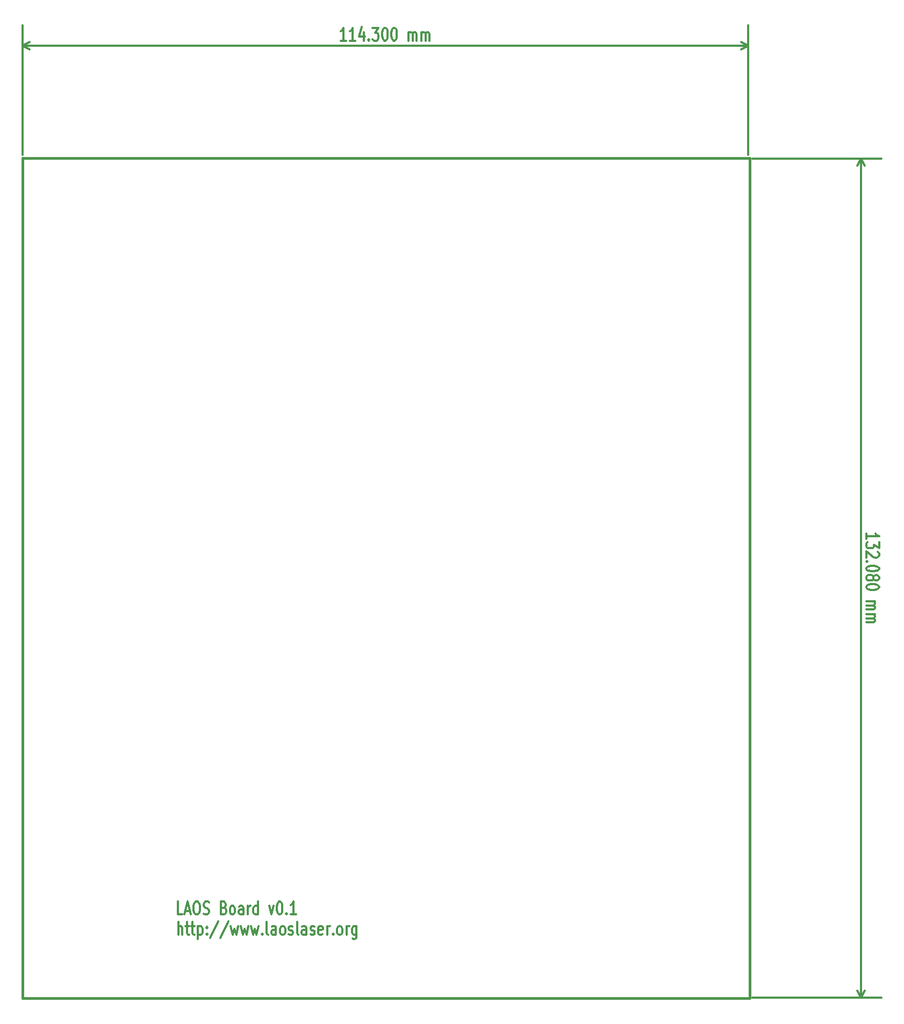
<source format=gbr>
G04 (created by PCBNEW-RS274X (2011-07-14 BZR 3049)-stable) date Fri 15 Jul 2011 10:43:33 AM CEST*
G01*
G70*
G90*
%MOIN*%
G04 Gerber Fmt 3.4, Leading zero omitted, Abs format*
%FSLAX34Y34*%
G04 APERTURE LIST*
%ADD10C,0.006000*%
%ADD11C,0.012000*%
%ADD12C,0.015000*%
G04 APERTURE END LIST*
G54D10*
G54D11*
X21910Y-60844D02*
X21624Y-60844D01*
X21624Y-60044D01*
X22081Y-60615D02*
X22367Y-60615D01*
X22024Y-60844D02*
X22224Y-60044D01*
X22424Y-60844D01*
X22738Y-60044D02*
X22852Y-60044D01*
X22910Y-60082D01*
X22967Y-60158D01*
X22995Y-60310D01*
X22995Y-60577D01*
X22967Y-60730D01*
X22910Y-60806D01*
X22852Y-60844D01*
X22738Y-60844D01*
X22681Y-60806D01*
X22624Y-60730D01*
X22595Y-60577D01*
X22595Y-60310D01*
X22624Y-60158D01*
X22681Y-60082D01*
X22738Y-60044D01*
X23224Y-60806D02*
X23310Y-60844D01*
X23453Y-60844D01*
X23510Y-60806D01*
X23539Y-60768D01*
X23567Y-60691D01*
X23567Y-60615D01*
X23539Y-60539D01*
X23510Y-60501D01*
X23453Y-60463D01*
X23339Y-60425D01*
X23281Y-60387D01*
X23253Y-60349D01*
X23224Y-60272D01*
X23224Y-60196D01*
X23253Y-60120D01*
X23281Y-60082D01*
X23339Y-60044D01*
X23481Y-60044D01*
X23567Y-60082D01*
X24481Y-60425D02*
X24567Y-60463D01*
X24595Y-60501D01*
X24624Y-60577D01*
X24624Y-60691D01*
X24595Y-60768D01*
X24567Y-60806D01*
X24509Y-60844D01*
X24281Y-60844D01*
X24281Y-60044D01*
X24481Y-60044D01*
X24538Y-60082D01*
X24567Y-60120D01*
X24595Y-60196D01*
X24595Y-60272D01*
X24567Y-60349D01*
X24538Y-60387D01*
X24481Y-60425D01*
X24281Y-60425D01*
X24967Y-60844D02*
X24909Y-60806D01*
X24881Y-60768D01*
X24852Y-60691D01*
X24852Y-60463D01*
X24881Y-60387D01*
X24909Y-60349D01*
X24967Y-60310D01*
X25052Y-60310D01*
X25109Y-60349D01*
X25138Y-60387D01*
X25167Y-60463D01*
X25167Y-60691D01*
X25138Y-60768D01*
X25109Y-60806D01*
X25052Y-60844D01*
X24967Y-60844D01*
X25681Y-60844D02*
X25681Y-60425D01*
X25652Y-60349D01*
X25595Y-60310D01*
X25481Y-60310D01*
X25424Y-60349D01*
X25681Y-60806D02*
X25624Y-60844D01*
X25481Y-60844D01*
X25424Y-60806D01*
X25395Y-60730D01*
X25395Y-60653D01*
X25424Y-60577D01*
X25481Y-60539D01*
X25624Y-60539D01*
X25681Y-60501D01*
X25967Y-60844D02*
X25967Y-60310D01*
X25967Y-60463D02*
X25995Y-60387D01*
X26024Y-60349D01*
X26081Y-60310D01*
X26138Y-60310D01*
X26595Y-60844D02*
X26595Y-60044D01*
X26595Y-60806D02*
X26538Y-60844D01*
X26424Y-60844D01*
X26366Y-60806D01*
X26338Y-60768D01*
X26309Y-60691D01*
X26309Y-60463D01*
X26338Y-60387D01*
X26366Y-60349D01*
X26424Y-60310D01*
X26538Y-60310D01*
X26595Y-60349D01*
X27281Y-60310D02*
X27424Y-60844D01*
X27566Y-60310D01*
X27909Y-60044D02*
X27966Y-60044D01*
X28023Y-60082D01*
X28052Y-60120D01*
X28081Y-60196D01*
X28109Y-60349D01*
X28109Y-60539D01*
X28081Y-60691D01*
X28052Y-60768D01*
X28023Y-60806D01*
X27966Y-60844D01*
X27909Y-60844D01*
X27852Y-60806D01*
X27823Y-60768D01*
X27795Y-60691D01*
X27766Y-60539D01*
X27766Y-60349D01*
X27795Y-60196D01*
X27823Y-60120D01*
X27852Y-60082D01*
X27909Y-60044D01*
X28366Y-60768D02*
X28394Y-60806D01*
X28366Y-60844D01*
X28337Y-60806D01*
X28366Y-60768D01*
X28366Y-60844D01*
X28966Y-60844D02*
X28623Y-60844D01*
X28795Y-60844D02*
X28795Y-60044D01*
X28738Y-60158D01*
X28680Y-60234D01*
X28623Y-60272D01*
X21650Y-62104D02*
X21650Y-61304D01*
X21907Y-62104D02*
X21907Y-61685D01*
X21878Y-61609D01*
X21821Y-61570D01*
X21736Y-61570D01*
X21678Y-61609D01*
X21650Y-61647D01*
X22107Y-61570D02*
X22336Y-61570D01*
X22193Y-61304D02*
X22193Y-61990D01*
X22221Y-62066D01*
X22279Y-62104D01*
X22336Y-62104D01*
X22450Y-61570D02*
X22679Y-61570D01*
X22536Y-61304D02*
X22536Y-61990D01*
X22564Y-62066D01*
X22622Y-62104D01*
X22679Y-62104D01*
X22879Y-61570D02*
X22879Y-62370D01*
X22879Y-61609D02*
X22936Y-61570D01*
X23050Y-61570D01*
X23107Y-61609D01*
X23136Y-61647D01*
X23165Y-61723D01*
X23165Y-61951D01*
X23136Y-62028D01*
X23107Y-62066D01*
X23050Y-62104D01*
X22936Y-62104D01*
X22879Y-62066D01*
X23422Y-62028D02*
X23450Y-62066D01*
X23422Y-62104D01*
X23393Y-62066D01*
X23422Y-62028D01*
X23422Y-62104D01*
X23422Y-61609D02*
X23450Y-61647D01*
X23422Y-61685D01*
X23393Y-61647D01*
X23422Y-61609D01*
X23422Y-61685D01*
X24136Y-61266D02*
X23622Y-62294D01*
X24765Y-61266D02*
X24251Y-62294D01*
X24909Y-61570D02*
X25023Y-62104D01*
X25137Y-61723D01*
X25252Y-62104D01*
X25366Y-61570D01*
X25538Y-61570D02*
X25652Y-62104D01*
X25766Y-61723D01*
X25881Y-62104D01*
X25995Y-61570D01*
X26167Y-61570D02*
X26281Y-62104D01*
X26395Y-61723D01*
X26510Y-62104D01*
X26624Y-61570D01*
X26853Y-62028D02*
X26881Y-62066D01*
X26853Y-62104D01*
X26824Y-62066D01*
X26853Y-62028D01*
X26853Y-62104D01*
X27225Y-62104D02*
X27167Y-62066D01*
X27139Y-61990D01*
X27139Y-61304D01*
X27710Y-62104D02*
X27710Y-61685D01*
X27681Y-61609D01*
X27624Y-61570D01*
X27510Y-61570D01*
X27453Y-61609D01*
X27710Y-62066D02*
X27653Y-62104D01*
X27510Y-62104D01*
X27453Y-62066D01*
X27424Y-61990D01*
X27424Y-61913D01*
X27453Y-61837D01*
X27510Y-61799D01*
X27653Y-61799D01*
X27710Y-61761D01*
X28082Y-62104D02*
X28024Y-62066D01*
X27996Y-62028D01*
X27967Y-61951D01*
X27967Y-61723D01*
X27996Y-61647D01*
X28024Y-61609D01*
X28082Y-61570D01*
X28167Y-61570D01*
X28224Y-61609D01*
X28253Y-61647D01*
X28282Y-61723D01*
X28282Y-61951D01*
X28253Y-62028D01*
X28224Y-62066D01*
X28167Y-62104D01*
X28082Y-62104D01*
X28510Y-62066D02*
X28567Y-62104D01*
X28682Y-62104D01*
X28739Y-62066D01*
X28767Y-61990D01*
X28767Y-61951D01*
X28739Y-61875D01*
X28682Y-61837D01*
X28596Y-61837D01*
X28539Y-61799D01*
X28510Y-61723D01*
X28510Y-61685D01*
X28539Y-61609D01*
X28596Y-61570D01*
X28682Y-61570D01*
X28739Y-61609D01*
X29111Y-62104D02*
X29053Y-62066D01*
X29025Y-61990D01*
X29025Y-61304D01*
X29596Y-62104D02*
X29596Y-61685D01*
X29567Y-61609D01*
X29510Y-61570D01*
X29396Y-61570D01*
X29339Y-61609D01*
X29596Y-62066D02*
X29539Y-62104D01*
X29396Y-62104D01*
X29339Y-62066D01*
X29310Y-61990D01*
X29310Y-61913D01*
X29339Y-61837D01*
X29396Y-61799D01*
X29539Y-61799D01*
X29596Y-61761D01*
X29853Y-62066D02*
X29910Y-62104D01*
X30025Y-62104D01*
X30082Y-62066D01*
X30110Y-61990D01*
X30110Y-61951D01*
X30082Y-61875D01*
X30025Y-61837D01*
X29939Y-61837D01*
X29882Y-61799D01*
X29853Y-61723D01*
X29853Y-61685D01*
X29882Y-61609D01*
X29939Y-61570D01*
X30025Y-61570D01*
X30082Y-61609D01*
X30596Y-62066D02*
X30539Y-62104D01*
X30425Y-62104D01*
X30368Y-62066D01*
X30339Y-61990D01*
X30339Y-61685D01*
X30368Y-61609D01*
X30425Y-61570D01*
X30539Y-61570D01*
X30596Y-61609D01*
X30625Y-61685D01*
X30625Y-61761D01*
X30339Y-61837D01*
X30882Y-62104D02*
X30882Y-61570D01*
X30882Y-61723D02*
X30910Y-61647D01*
X30939Y-61609D01*
X30996Y-61570D01*
X31053Y-61570D01*
X31253Y-62028D02*
X31281Y-62066D01*
X31253Y-62104D01*
X31224Y-62066D01*
X31253Y-62028D01*
X31253Y-62104D01*
X31625Y-62104D02*
X31567Y-62066D01*
X31539Y-62028D01*
X31510Y-61951D01*
X31510Y-61723D01*
X31539Y-61647D01*
X31567Y-61609D01*
X31625Y-61570D01*
X31710Y-61570D01*
X31767Y-61609D01*
X31796Y-61647D01*
X31825Y-61723D01*
X31825Y-61951D01*
X31796Y-62028D01*
X31767Y-62066D01*
X31710Y-62104D01*
X31625Y-62104D01*
X32082Y-62104D02*
X32082Y-61570D01*
X32082Y-61723D02*
X32110Y-61647D01*
X32139Y-61609D01*
X32196Y-61570D01*
X32253Y-61570D01*
X32710Y-61570D02*
X32710Y-62218D01*
X32681Y-62294D01*
X32653Y-62332D01*
X32596Y-62370D01*
X32510Y-62370D01*
X32453Y-62332D01*
X32710Y-62066D02*
X32653Y-62104D01*
X32539Y-62104D01*
X32481Y-62066D01*
X32453Y-62028D01*
X32424Y-61951D01*
X32424Y-61723D01*
X32453Y-61647D01*
X32481Y-61609D01*
X32539Y-61570D01*
X32653Y-61570D01*
X32710Y-61609D01*
X64315Y-37573D02*
X64315Y-37230D01*
X64315Y-37402D02*
X65115Y-37402D01*
X65001Y-37345D01*
X64925Y-37287D01*
X64887Y-37230D01*
X65115Y-37773D02*
X65115Y-38144D01*
X64810Y-37944D01*
X64810Y-38030D01*
X64772Y-38087D01*
X64734Y-38116D01*
X64658Y-38144D01*
X64468Y-38144D01*
X64391Y-38116D01*
X64353Y-38087D01*
X64315Y-38030D01*
X64315Y-37858D01*
X64353Y-37801D01*
X64391Y-37773D01*
X65039Y-38372D02*
X65077Y-38401D01*
X65115Y-38458D01*
X65115Y-38601D01*
X65077Y-38658D01*
X65039Y-38687D01*
X64963Y-38715D01*
X64887Y-38715D01*
X64772Y-38687D01*
X64315Y-38344D01*
X64315Y-38715D01*
X64391Y-38972D02*
X64353Y-39000D01*
X64315Y-38972D01*
X64353Y-38943D01*
X64391Y-38972D01*
X64315Y-38972D01*
X65115Y-39372D02*
X65115Y-39429D01*
X65077Y-39486D01*
X65039Y-39515D01*
X64963Y-39544D01*
X64810Y-39572D01*
X64620Y-39572D01*
X64468Y-39544D01*
X64391Y-39515D01*
X64353Y-39486D01*
X64315Y-39429D01*
X64315Y-39372D01*
X64353Y-39315D01*
X64391Y-39286D01*
X64468Y-39258D01*
X64620Y-39229D01*
X64810Y-39229D01*
X64963Y-39258D01*
X65039Y-39286D01*
X65077Y-39315D01*
X65115Y-39372D01*
X64772Y-39915D02*
X64810Y-39857D01*
X64849Y-39829D01*
X64925Y-39800D01*
X64963Y-39800D01*
X65039Y-39829D01*
X65077Y-39857D01*
X65115Y-39915D01*
X65115Y-40029D01*
X65077Y-40086D01*
X65039Y-40115D01*
X64963Y-40143D01*
X64925Y-40143D01*
X64849Y-40115D01*
X64810Y-40086D01*
X64772Y-40029D01*
X64772Y-39915D01*
X64734Y-39857D01*
X64696Y-39829D01*
X64620Y-39800D01*
X64468Y-39800D01*
X64391Y-39829D01*
X64353Y-39857D01*
X64315Y-39915D01*
X64315Y-40029D01*
X64353Y-40086D01*
X64391Y-40115D01*
X64468Y-40143D01*
X64620Y-40143D01*
X64696Y-40115D01*
X64734Y-40086D01*
X64772Y-40029D01*
X65115Y-40514D02*
X65115Y-40571D01*
X65077Y-40628D01*
X65039Y-40657D01*
X64963Y-40686D01*
X64810Y-40714D01*
X64620Y-40714D01*
X64468Y-40686D01*
X64391Y-40657D01*
X64353Y-40628D01*
X64315Y-40571D01*
X64315Y-40514D01*
X64353Y-40457D01*
X64391Y-40428D01*
X64468Y-40400D01*
X64620Y-40371D01*
X64810Y-40371D01*
X64963Y-40400D01*
X65039Y-40428D01*
X65077Y-40457D01*
X65115Y-40514D01*
X64315Y-41428D02*
X64849Y-41428D01*
X64772Y-41428D02*
X64810Y-41456D01*
X64849Y-41514D01*
X64849Y-41599D01*
X64810Y-41656D01*
X64734Y-41685D01*
X64315Y-41685D01*
X64734Y-41685D02*
X64810Y-41714D01*
X64849Y-41771D01*
X64849Y-41856D01*
X64810Y-41914D01*
X64734Y-41942D01*
X64315Y-41942D01*
X64315Y-42228D02*
X64849Y-42228D01*
X64772Y-42228D02*
X64810Y-42256D01*
X64849Y-42314D01*
X64849Y-42399D01*
X64810Y-42456D01*
X64734Y-42485D01*
X64315Y-42485D01*
X64734Y-42485D02*
X64810Y-42514D01*
X64849Y-42571D01*
X64849Y-42656D01*
X64810Y-42714D01*
X64734Y-42742D01*
X64315Y-42742D01*
X63999Y-14000D02*
X63999Y-66000D01*
X57250Y-14000D02*
X65279Y-14000D01*
X57250Y-66000D02*
X65279Y-66000D01*
X63999Y-66000D02*
X63769Y-65557D01*
X63999Y-66000D02*
X64229Y-65557D01*
X63999Y-14000D02*
X63769Y-14443D01*
X63999Y-14000D02*
X64229Y-14443D01*
X32073Y-06684D02*
X31730Y-06684D01*
X31902Y-06684D02*
X31902Y-05884D01*
X31845Y-05998D01*
X31787Y-06074D01*
X31730Y-06112D01*
X32644Y-06684D02*
X32301Y-06684D01*
X32473Y-06684D02*
X32473Y-05884D01*
X32416Y-05998D01*
X32358Y-06074D01*
X32301Y-06112D01*
X33158Y-06150D02*
X33158Y-06684D01*
X33015Y-05846D02*
X32872Y-06417D01*
X33244Y-06417D01*
X33472Y-06608D02*
X33500Y-06646D01*
X33472Y-06684D01*
X33443Y-06646D01*
X33472Y-06608D01*
X33472Y-06684D01*
X33701Y-05884D02*
X34072Y-05884D01*
X33872Y-06189D01*
X33958Y-06189D01*
X34015Y-06227D01*
X34044Y-06265D01*
X34072Y-06341D01*
X34072Y-06531D01*
X34044Y-06608D01*
X34015Y-06646D01*
X33958Y-06684D01*
X33786Y-06684D01*
X33729Y-06646D01*
X33701Y-06608D01*
X34443Y-05884D02*
X34500Y-05884D01*
X34557Y-05922D01*
X34586Y-05960D01*
X34615Y-06036D01*
X34643Y-06189D01*
X34643Y-06379D01*
X34615Y-06531D01*
X34586Y-06608D01*
X34557Y-06646D01*
X34500Y-06684D01*
X34443Y-06684D01*
X34386Y-06646D01*
X34357Y-06608D01*
X34329Y-06531D01*
X34300Y-06379D01*
X34300Y-06189D01*
X34329Y-06036D01*
X34357Y-05960D01*
X34386Y-05922D01*
X34443Y-05884D01*
X35014Y-05884D02*
X35071Y-05884D01*
X35128Y-05922D01*
X35157Y-05960D01*
X35186Y-06036D01*
X35214Y-06189D01*
X35214Y-06379D01*
X35186Y-06531D01*
X35157Y-06608D01*
X35128Y-06646D01*
X35071Y-06684D01*
X35014Y-06684D01*
X34957Y-06646D01*
X34928Y-06608D01*
X34900Y-06531D01*
X34871Y-06379D01*
X34871Y-06189D01*
X34900Y-06036D01*
X34928Y-05960D01*
X34957Y-05922D01*
X35014Y-05884D01*
X35928Y-06684D02*
X35928Y-06150D01*
X35928Y-06227D02*
X35956Y-06189D01*
X36014Y-06150D01*
X36099Y-06150D01*
X36156Y-06189D01*
X36185Y-06265D01*
X36185Y-06684D01*
X36185Y-06265D02*
X36214Y-06189D01*
X36271Y-06150D01*
X36356Y-06150D01*
X36414Y-06189D01*
X36442Y-06265D01*
X36442Y-06684D01*
X36728Y-06684D02*
X36728Y-06150D01*
X36728Y-06227D02*
X36756Y-06189D01*
X36814Y-06150D01*
X36899Y-06150D01*
X36956Y-06189D01*
X36985Y-06265D01*
X36985Y-06684D01*
X36985Y-06265D02*
X37014Y-06189D01*
X37071Y-06150D01*
X37156Y-06150D01*
X37214Y-06189D01*
X37242Y-06265D01*
X37242Y-06684D01*
X57000Y-07000D02*
X12000Y-07000D01*
X57000Y-13750D02*
X57000Y-05720D01*
X12000Y-13750D02*
X12000Y-05720D01*
X12000Y-07000D02*
X12443Y-06770D01*
X12000Y-07000D02*
X12443Y-07230D01*
X57000Y-07000D02*
X56557Y-06770D01*
X57000Y-07000D02*
X56557Y-07230D01*
G54D12*
X12008Y-66043D02*
X12008Y-13976D01*
X57087Y-66043D02*
X12008Y-66043D01*
X57087Y-13976D02*
X57087Y-66043D01*
X56988Y-13976D02*
X57087Y-13976D01*
X12008Y-13976D02*
X56988Y-13976D01*
M02*

</source>
